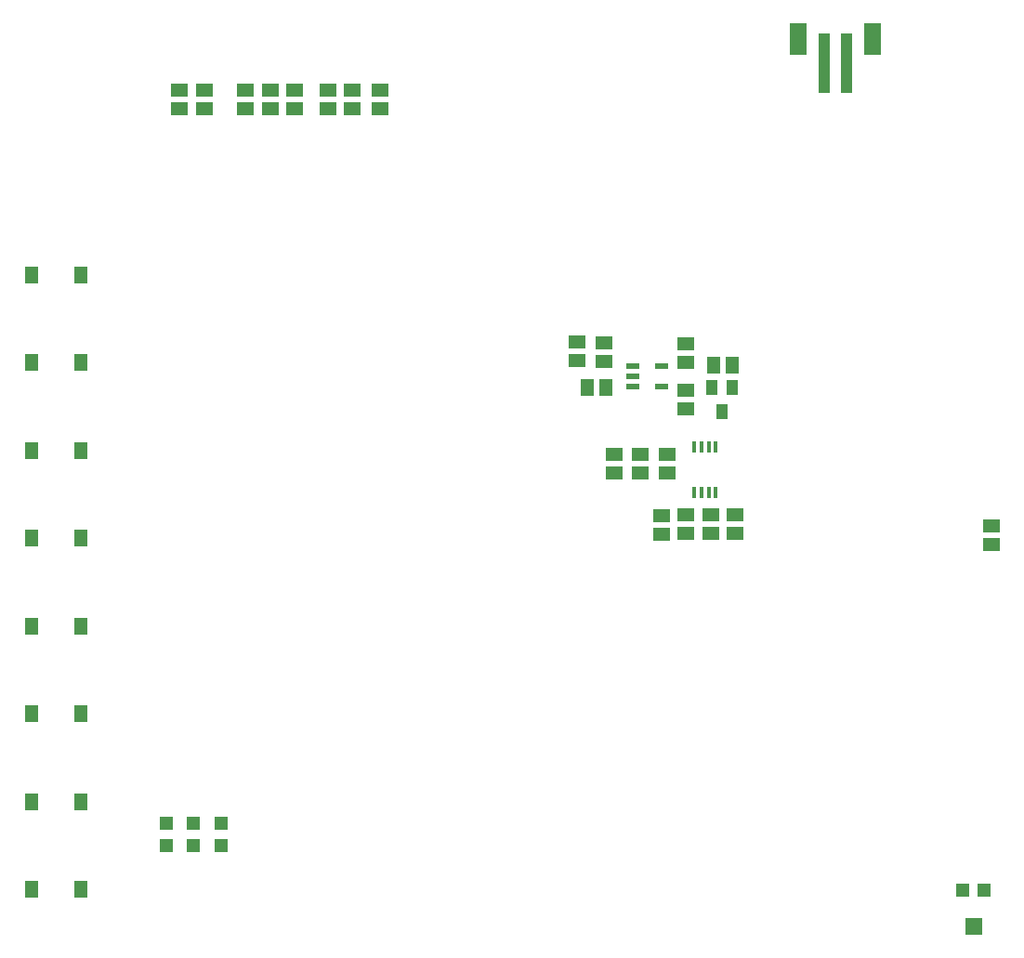
<source format=gtp>
G75*
%MOIN*%
%OFA0B0*%
%FSLAX24Y24*%
%IPPOS*%
%LPD*%
%AMOC8*
5,1,8,0,0,1.08239X$1,22.5*
%
%ADD10R,0.0512X0.0610*%
%ADD11R,0.0472X0.0472*%
%ADD12R,0.0591X0.0512*%
%ADD13R,0.0472X0.0217*%
%ADD14R,0.0512X0.0591*%
%ADD15R,0.0394X0.0551*%
%ADD16R,0.0177X0.0394*%
%ADD17R,0.0591X0.0630*%
%ADD18R,0.0394X0.2165*%
%ADD19R,0.0630X0.1181*%
D10*
X001696Y004072D03*
X003468Y004072D03*
X003468Y007202D03*
X001696Y007202D03*
X001696Y010371D03*
X003468Y010371D03*
X003468Y013501D03*
X001696Y013501D03*
X001696Y016670D03*
X003468Y016670D03*
X003468Y019800D03*
X001696Y019800D03*
X001696Y022969D03*
X003468Y022969D03*
X003468Y026099D03*
X001696Y026099D03*
D11*
X006519Y006444D03*
X006519Y005617D03*
X007503Y005617D03*
X007503Y006444D03*
X008488Y006444D03*
X008488Y005617D03*
X035092Y004042D03*
X035879Y004042D03*
D12*
X036145Y016424D03*
X036145Y017094D03*
X026923Y016818D03*
X026923Y017487D03*
X026057Y017487D03*
X026057Y016818D03*
X025171Y016818D03*
X025171Y017487D03*
X024305Y017468D03*
X024305Y016798D03*
X024482Y018983D03*
X024482Y019653D03*
X023547Y019653D03*
X023547Y018983D03*
X022612Y018983D03*
X022612Y019653D03*
X025171Y021306D03*
X025171Y021975D03*
X025171Y022969D03*
X025171Y023639D03*
X022228Y023678D03*
X022228Y023009D03*
X021263Y023029D03*
X021263Y023698D03*
X014196Y032074D03*
X014196Y032743D03*
X013212Y032743D03*
X013212Y032074D03*
X012326Y032074D03*
X012326Y032743D03*
X011145Y032743D03*
X011145Y032074D03*
X010259Y032074D03*
X010259Y032743D03*
X009374Y032743D03*
X009374Y032074D03*
X007897Y032074D03*
X007897Y032743D03*
X007011Y032743D03*
X007011Y032074D03*
D13*
X023281Y022842D03*
X023281Y022468D03*
X023281Y022094D03*
X024305Y022094D03*
X024305Y022842D03*
D14*
X026155Y022871D03*
X026824Y022871D03*
X022307Y022074D03*
X021637Y022074D03*
D15*
X026096Y022064D03*
X026844Y022064D03*
X026470Y021198D03*
D16*
X026244Y019928D03*
X025988Y019928D03*
X025732Y019928D03*
X025476Y019928D03*
X025476Y018314D03*
X025732Y018314D03*
X025988Y018314D03*
X026244Y018314D03*
D17*
X035486Y002733D03*
D18*
X030929Y033688D03*
X030141Y033688D03*
D19*
X029196Y034574D03*
X031874Y034574D03*
M02*

</source>
